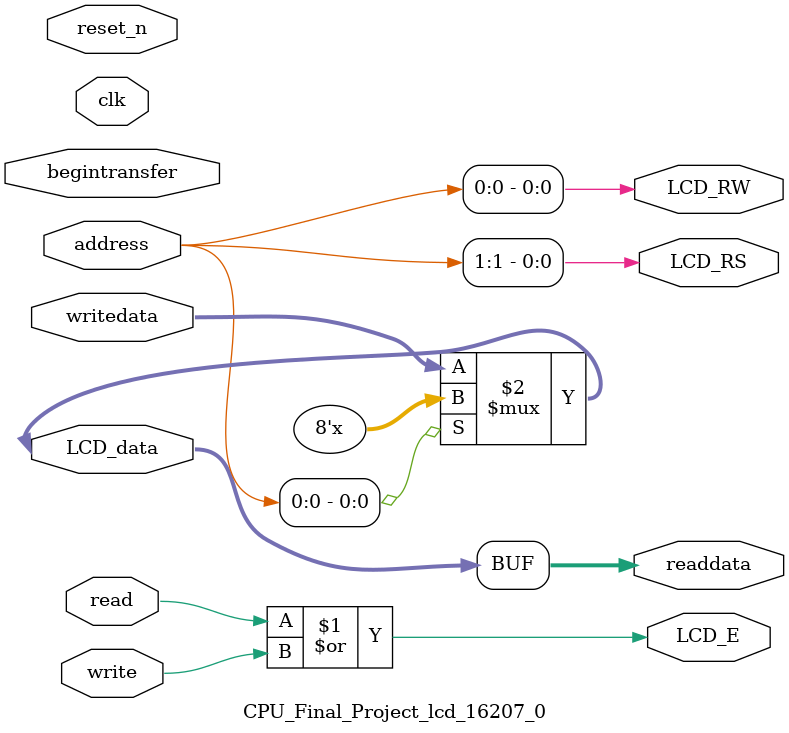
<source format=v>

`timescale 1ns / 1ps
// synthesis translate_on

// turn off superfluous verilog processor warnings 
// altera message_level Level1 
// altera message_off 10034 10035 10036 10037 10230 10240 10030 

module CPU_Final_Project_lcd_16207_0 (
                                       // inputs:
                                        address,
                                        begintransfer,
                                        clk,
                                        read,
                                        reset_n,
                                        write,
                                        writedata,

                                       // outputs:
                                        LCD_E,
                                        LCD_RS,
                                        LCD_RW,
                                        LCD_data,
                                        readdata
                                     )
;

  output           LCD_E;
  output           LCD_RS;
  output           LCD_RW;
  inout   [  7: 0] LCD_data;
  output  [  7: 0] readdata;
  input   [  1: 0] address;
  input            begintransfer;
  input            clk;
  input            read;
  input            reset_n;
  input            write;
  input   [  7: 0] writedata;

  wire             LCD_E;
  wire             LCD_RS;
  wire             LCD_RW;
  wire    [  7: 0] LCD_data;
  wire    [  7: 0] readdata;
  assign LCD_RW = address[0];
  assign LCD_RS = address[1];
  assign LCD_E = read | write;
  assign LCD_data = (address[0]) ? {8{1'bz}} : writedata;
  assign readdata = LCD_data;
  //control_slave, which is an e_avalon_slave

endmodule


</source>
